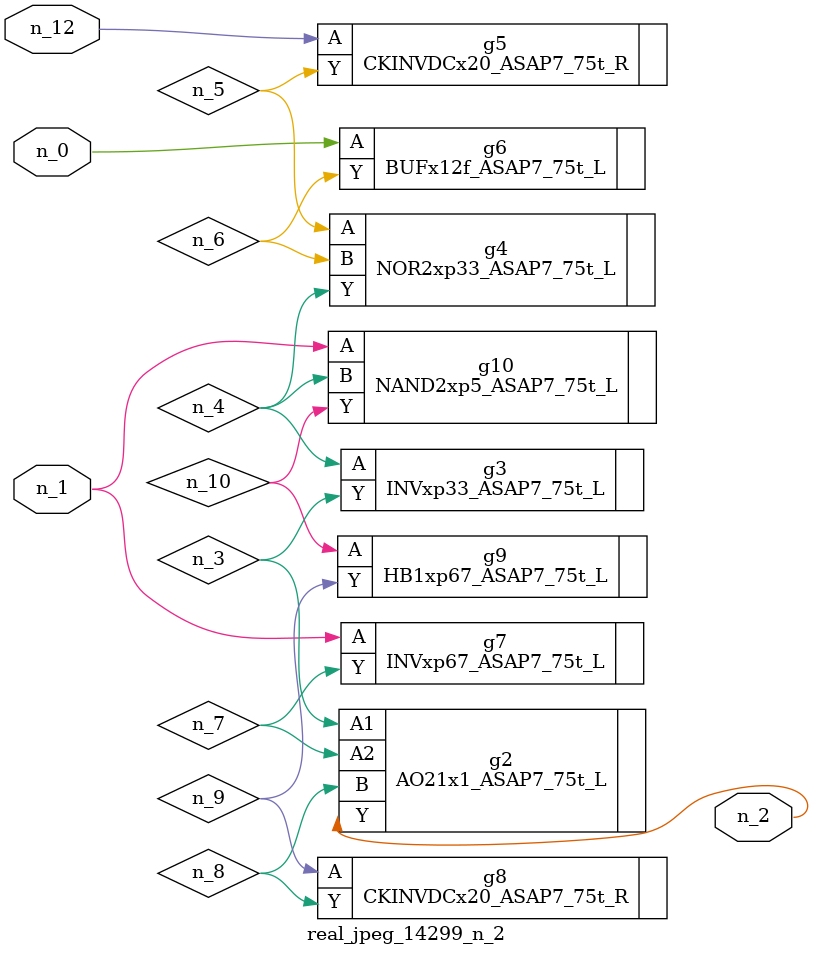
<source format=v>
module real_jpeg_14299_n_2 (n_12, n_1, n_0, n_2);

input n_12;
input n_1;
input n_0;

output n_2;

wire n_5;
wire n_4;
wire n_8;
wire n_6;
wire n_7;
wire n_3;
wire n_10;
wire n_9;

BUFx12f_ASAP7_75t_L g6 ( 
.A(n_0),
.Y(n_6)
);

INVxp67_ASAP7_75t_L g7 ( 
.A(n_1),
.Y(n_7)
);

NAND2xp5_ASAP7_75t_L g10 ( 
.A(n_1),
.B(n_4),
.Y(n_10)
);

AO21x1_ASAP7_75t_L g2 ( 
.A1(n_3),
.A2(n_7),
.B(n_8),
.Y(n_2)
);

INVxp33_ASAP7_75t_L g3 ( 
.A(n_4),
.Y(n_3)
);

NOR2xp33_ASAP7_75t_L g4 ( 
.A(n_5),
.B(n_6),
.Y(n_4)
);

CKINVDCx20_ASAP7_75t_R g8 ( 
.A(n_9),
.Y(n_8)
);

HB1xp67_ASAP7_75t_L g9 ( 
.A(n_10),
.Y(n_9)
);

CKINVDCx20_ASAP7_75t_R g5 ( 
.A(n_12),
.Y(n_5)
);


endmodule
</source>
